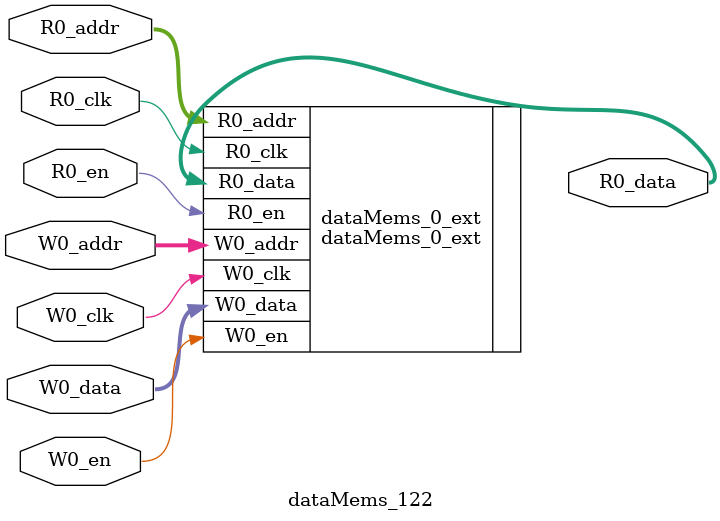
<source format=sv>
`ifndef RANDOMIZE
  `ifdef RANDOMIZE_REG_INIT
    `define RANDOMIZE
  `endif // RANDOMIZE_REG_INIT
`endif // not def RANDOMIZE
`ifndef RANDOMIZE
  `ifdef RANDOMIZE_MEM_INIT
    `define RANDOMIZE
  `endif // RANDOMIZE_MEM_INIT
`endif // not def RANDOMIZE

`ifndef RANDOM
  `define RANDOM $random
`endif // not def RANDOM

// Users can define 'PRINTF_COND' to add an extra gate to prints.
`ifndef PRINTF_COND_
  `ifdef PRINTF_COND
    `define PRINTF_COND_ (`PRINTF_COND)
  `else  // PRINTF_COND
    `define PRINTF_COND_ 1
  `endif // PRINTF_COND
`endif // not def PRINTF_COND_

// Users can define 'ASSERT_VERBOSE_COND' to add an extra gate to assert error printing.
`ifndef ASSERT_VERBOSE_COND_
  `ifdef ASSERT_VERBOSE_COND
    `define ASSERT_VERBOSE_COND_ (`ASSERT_VERBOSE_COND)
  `else  // ASSERT_VERBOSE_COND
    `define ASSERT_VERBOSE_COND_ 1
  `endif // ASSERT_VERBOSE_COND
`endif // not def ASSERT_VERBOSE_COND_

// Users can define 'STOP_COND' to add an extra gate to stop conditions.
`ifndef STOP_COND_
  `ifdef STOP_COND
    `define STOP_COND_ (`STOP_COND)
  `else  // STOP_COND
    `define STOP_COND_ 1
  `endif // STOP_COND
`endif // not def STOP_COND_

// Users can define INIT_RANDOM as general code that gets injected into the
// initializer block for modules with registers.
`ifndef INIT_RANDOM
  `define INIT_RANDOM
`endif // not def INIT_RANDOM

// If using random initialization, you can also define RANDOMIZE_DELAY to
// customize the delay used, otherwise 0.002 is used.
`ifndef RANDOMIZE_DELAY
  `define RANDOMIZE_DELAY 0.002
`endif // not def RANDOMIZE_DELAY

// Define INIT_RANDOM_PROLOG_ for use in our modules below.
`ifndef INIT_RANDOM_PROLOG_
  `ifdef RANDOMIZE
    `ifdef VERILATOR
      `define INIT_RANDOM_PROLOG_ `INIT_RANDOM
    `else  // VERILATOR
      `define INIT_RANDOM_PROLOG_ `INIT_RANDOM #`RANDOMIZE_DELAY begin end
    `endif // VERILATOR
  `else  // RANDOMIZE
    `define INIT_RANDOM_PROLOG_
  `endif // RANDOMIZE
`endif // not def INIT_RANDOM_PROLOG_

// Include register initializers in init blocks unless synthesis is set
`ifndef SYNTHESIS
  `ifndef ENABLE_INITIAL_REG_
    `define ENABLE_INITIAL_REG_
  `endif // not def ENABLE_INITIAL_REG_
`endif // not def SYNTHESIS

// Include rmemory initializers in init blocks unless synthesis is set
`ifndef SYNTHESIS
  `ifndef ENABLE_INITIAL_MEM_
    `define ENABLE_INITIAL_MEM_
  `endif // not def ENABLE_INITIAL_MEM_
`endif // not def SYNTHESIS

module dataMems_122(	// @[generators/ara/src/main/scala/UnsafeAXI4ToTL.scala:365:62]
  input  [4:0]  R0_addr,
  input         R0_en,
  input         R0_clk,
  output [66:0] R0_data,
  input  [4:0]  W0_addr,
  input         W0_en,
  input         W0_clk,
  input  [66:0] W0_data
);

  dataMems_0_ext dataMems_0_ext (	// @[generators/ara/src/main/scala/UnsafeAXI4ToTL.scala:365:62]
    .R0_addr (R0_addr),
    .R0_en   (R0_en),
    .R0_clk  (R0_clk),
    .R0_data (R0_data),
    .W0_addr (W0_addr),
    .W0_en   (W0_en),
    .W0_clk  (W0_clk),
    .W0_data (W0_data)
  );
endmodule


</source>
